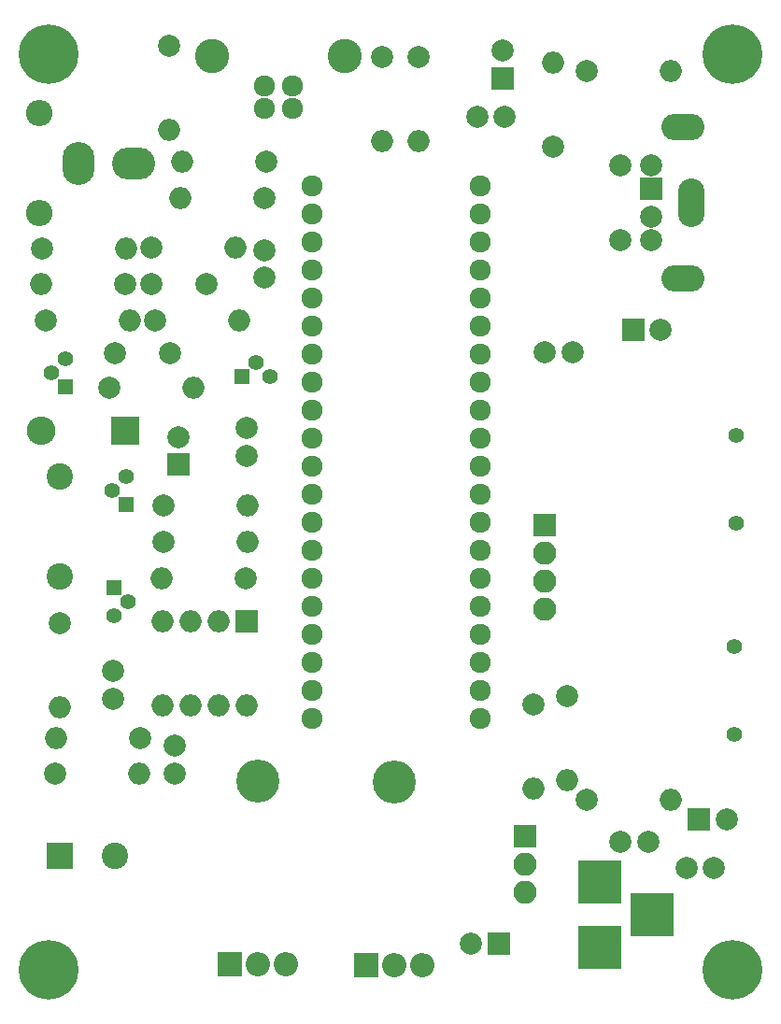
<source format=gbr>
G04 #@! TF.FileFunction,Soldermask,Bot*
%FSLAX46Y46*%
G04 Gerber Fmt 4.6, Leading zero omitted, Abs format (unit mm)*
G04 Created by KiCad (PCBNEW 4.0.7) date 03/20/20 09:01:08*
%MOMM*%
%LPD*%
G01*
G04 APERTURE LIST*
%ADD10C,0.100000*%
%ADD11C,1.924000*%
%ADD12O,2.400000X2.400000*%
%ADD13O,2.900000X3.900000*%
%ADD14O,3.900000X2.900000*%
%ADD15R,2.000000X2.000000*%
%ADD16C,2.000000*%
%ADD17O,2.000000X2.000000*%
%ADD18R,2.400000X2.400000*%
%ADD19C,2.400000*%
%ADD20R,2.600000X2.600000*%
%ADD21O,2.600000X2.600000*%
%ADD22R,3.900000X3.900000*%
%ADD23R,2.100000X2.100000*%
%ADD24O,2.100000X2.100000*%
%ADD25O,3.900000X2.400000*%
%ADD26O,2.400000X4.400000*%
%ADD27C,1.400000*%
%ADD28C,5.400000*%
%ADD29R,1.400000X1.400000*%
%ADD30O,3.900000X3.900000*%
%ADD31R,2.200000X2.200000*%
%ADD32O,2.200000X2.200000*%
%ADD33C,1.920000*%
%ADD34C,3.100000*%
G04 APERTURE END LIST*
D10*
D11*
X137922000Y-75946000D03*
X137922000Y-78486000D03*
X137922000Y-81026000D03*
X137922000Y-83566000D03*
X137922000Y-86106000D03*
X137922000Y-88646000D03*
X137922000Y-91186000D03*
X137922000Y-93726000D03*
X137922000Y-96266000D03*
X137922000Y-98806000D03*
X137922000Y-101346000D03*
X137922000Y-103886000D03*
X137922000Y-106426000D03*
X137922000Y-108966000D03*
X137922000Y-111506000D03*
X137922000Y-114046000D03*
X137922000Y-116586000D03*
X137922000Y-119126000D03*
X137922000Y-121666000D03*
X137922000Y-124206000D03*
X153162000Y-75946000D03*
X153162000Y-78486000D03*
X153162000Y-81026000D03*
X153162000Y-83566000D03*
X153162000Y-86106000D03*
X153162000Y-88646000D03*
X153162000Y-91186000D03*
X153162000Y-93726000D03*
X153162000Y-96266000D03*
X153162000Y-98806000D03*
X153162000Y-101346000D03*
X153162000Y-103886000D03*
X153162000Y-106426000D03*
X153162000Y-108966000D03*
X153162000Y-111506000D03*
X153162000Y-114046000D03*
X153162000Y-116586000D03*
X153162000Y-119126000D03*
X153162000Y-121666000D03*
X153162000Y-124206000D03*
D12*
X113200000Y-78400000D03*
X113200000Y-69400000D03*
D13*
X116700000Y-73900000D03*
D14*
X121700000Y-73900000D03*
D15*
X155200000Y-66200000D03*
D16*
X155200000Y-63700000D03*
X125425000Y-126700000D03*
X125425000Y-129200000D03*
X122275000Y-126025000D03*
D17*
X114655000Y-126025000D03*
D16*
X159000000Y-91000000D03*
X161500000Y-91000000D03*
X165862000Y-135382000D03*
X168362000Y-135382000D03*
D15*
X172974000Y-133350000D03*
D16*
X175474000Y-133350000D03*
D15*
X167000000Y-89000000D03*
D16*
X169500000Y-89000000D03*
X119888000Y-122428000D03*
X119888000Y-119928000D03*
D15*
X154800000Y-144600000D03*
D16*
X152300000Y-144600000D03*
D18*
X115062000Y-136652000D03*
D19*
X120062000Y-136652000D03*
D15*
X125775000Y-101200000D03*
D16*
X125775000Y-98700000D03*
X128300000Y-84875000D03*
X123300000Y-84875000D03*
D20*
X120925000Y-98150000D03*
D21*
X113305000Y-98150000D03*
D22*
X164000000Y-139000000D03*
X164000000Y-145000000D03*
X168700000Y-142000000D03*
D23*
X157226000Y-134874000D03*
D24*
X157226000Y-137414000D03*
X157226000Y-139954000D03*
D25*
X171506000Y-84350000D03*
X171506000Y-70650000D03*
D15*
X168656000Y-76200000D03*
D16*
X168656000Y-78800000D03*
X168656000Y-74100000D03*
X168656000Y-80900000D03*
X165856000Y-74100000D03*
X165856000Y-80900000D03*
D26*
X172306000Y-77500000D03*
D16*
X159766000Y-72390000D03*
D17*
X159766000Y-64770000D03*
D16*
X162814000Y-65532000D03*
D17*
X170434000Y-65532000D03*
D16*
X114600000Y-129200000D03*
D17*
X122220000Y-129200000D03*
D16*
X131850000Y-111500000D03*
D17*
X124230000Y-111500000D03*
D16*
X133750000Y-73800000D03*
D17*
X126130000Y-73800000D03*
D16*
X133600000Y-77050000D03*
D17*
X125980000Y-77050000D03*
D16*
X121000000Y-84850000D03*
D17*
X113380000Y-84850000D03*
D16*
X123300000Y-81575000D03*
D17*
X130920000Y-81575000D03*
D16*
X113400000Y-81675000D03*
D17*
X121020000Y-81675000D03*
D27*
X176200000Y-125700000D03*
X176200000Y-117700000D03*
X176325000Y-106550000D03*
X176325000Y-98550000D03*
D15*
X132000000Y-115450000D03*
D17*
X124380000Y-123070000D03*
X129460000Y-115450000D03*
X126920000Y-123070000D03*
X126920000Y-115450000D03*
X129460000Y-123070000D03*
X124380000Y-115450000D03*
X132000000Y-123070000D03*
D28*
X114000000Y-64000000D03*
X114000000Y-147000000D03*
X176000000Y-147000000D03*
X176000000Y-64000000D03*
D19*
X115000000Y-111325000D03*
X115000000Y-102325000D03*
D27*
X119755000Y-103555000D03*
X121025000Y-102285000D03*
D29*
X121025000Y-104825000D03*
D27*
X121220000Y-113670000D03*
X119950000Y-114940000D03*
D29*
X119950000Y-112400000D03*
D27*
X132842000Y-91948000D03*
X134112000Y-93218000D03*
D29*
X131572000Y-93218000D03*
D16*
X115000000Y-115600000D03*
D17*
X115000000Y-123220000D03*
D16*
X124450000Y-104950000D03*
D17*
X132070000Y-104950000D03*
D16*
X124450000Y-108225000D03*
D17*
X132070000Y-108225000D03*
D30*
X132965000Y-129865000D03*
D31*
X130425000Y-146525000D03*
D32*
X132965000Y-146525000D03*
X135505000Y-146525000D03*
D30*
X145340000Y-129940000D03*
D31*
X142800000Y-146600000D03*
D32*
X145340000Y-146600000D03*
X147880000Y-146600000D03*
D16*
X171825000Y-137775000D03*
X174325000Y-137775000D03*
X124968000Y-63246000D03*
D17*
X124968000Y-70866000D03*
D16*
X155350000Y-69700000D03*
X152850000Y-69700000D03*
D33*
X136090000Y-68900000D03*
X133550000Y-68900000D03*
X133550000Y-66900000D03*
X136090000Y-66900000D03*
D34*
X140820000Y-64200000D03*
X128820000Y-64200000D03*
D16*
X144272000Y-64262000D03*
D17*
X144272000Y-71882000D03*
D16*
X147574000Y-64262000D03*
D17*
X147574000Y-71882000D03*
D16*
X133604000Y-81788000D03*
X133604000Y-84288000D03*
X120000000Y-91140000D03*
X125000000Y-91140000D03*
D27*
X114230000Y-92890000D03*
X115500000Y-91620000D03*
D29*
X115500000Y-94160000D03*
D16*
X123698000Y-88138000D03*
D17*
X131318000Y-88138000D03*
D16*
X113792000Y-88138000D03*
D17*
X121412000Y-88138000D03*
D16*
X119500000Y-94270000D03*
D17*
X127120000Y-94270000D03*
D16*
X131950000Y-97925000D03*
X131950000Y-100425000D03*
D23*
X159004000Y-106680000D03*
D24*
X159004000Y-109220000D03*
X159004000Y-111760000D03*
X159004000Y-114300000D03*
D16*
X157988000Y-122936000D03*
D17*
X157988000Y-130556000D03*
D16*
X162814000Y-131572000D03*
D17*
X170434000Y-131572000D03*
D16*
X161036000Y-122174000D03*
D17*
X161036000Y-129794000D03*
M02*

</source>
